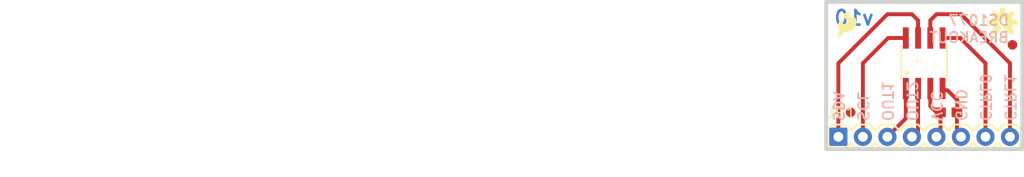
<source format=kicad_pcb>
(kicad_pcb (version 20211014) (generator pcbnew)
  (layers (0 "F.Cu" signal) (31 "B.Cu" signal) (34 "B.Paste" user) (35 "F.Paste" user) (36 "B.SilkS" user "B.Silkscreen") (37 "F.SilkS" user "F.Silkscreen") (38 "B.Mask" user) (39 "F.Mask" user) (44 "Edge.Cuts" user))
  (net 0 "")
  (net 1 "GND")
  (net 2 "OUT1")
  (net 3 "OUT2")
  (net 4 "CTRL0")
  (net 5 "CTRL1")
  (net 6 "SDA")
  (net 7 "SCL")
  (net 8 "VCC")
  (footprint "boardEagle:FIDUCIAL-1X2" (layer "F.Cu") (at 140.8811 108.8136)
    (fp_text reference "U$4" hide)
    (fp_text value "FIDUCIAL1X2" hide)
    (pad "1" smd roundrect (at 0 0) (size 1 1) (layers "F.Cu" "F.Mask") (roundrect_rratio 0.5))
  )
  (footprint "boardEagle:FIDUCIAL-1X2" (layer "F.Cu") (at 157.6451 101.8286)
    (fp_text reference "U$3" hide)
    (fp_text value "FIDUCIAL1X2" hide)
    (pad "1" smd roundrect (at 0 0) (size 1 1) (layers "F.Cu" "F.Mask") (roundrect_rratio 0.5))
  )
  (footprint "boardEagle:1X08" (layer "F.Cu") (at 139.6111 111.3536)
    (fp_text reference "JP1" (at -1.3462 -1.8288) (layer "F.SilkS") (effects (font (size 1.143 1.143) (thickness 0.127)) (justify left bottom)))
    (fp_text value "")
    (fp_line (start 12.065 1.27) (end 11.43 0.635) (layer "F.SilkS") (width 0.2032))
    (fp_line (start 18.415 -1.27) (end 19.05 -0.635) (layer "F.SilkS") (width 0.2032))
    (fp_line (start 5.715 -1.27) (end 6.35 -0.635) (layer "F.SilkS") (width 0.2032))
    (fp_line (start 14.605 -1.27) (end 15.875 -1.27) (layer "F.SilkS") (width 0.2032))
    (fp_line (start 1.905 1.27) (end 1.27 0.635) (layer "F.SilkS") (width 0.2032))
    (fp_line (start -1.27 -0.635) (end -1.27 0.635) (layer "F.SilkS") (width 0.2032))
    (fp_line (start 4.445 1.27) (end 3.81 0.635) (layer "F.SilkS") (width 0.2032))
    (fp_line (start 18.415 1.27) (end 17.145 1.27) (layer "F.SilkS") (width 0.2032))
    (fp_line (start -1.27 0.635) (end -0.635 1.27) (layer "F.SilkS") (width 0.2032))
    (fp_line (start 9.525 1.27) (end 8.89 0.635) (layer "F.SilkS") (width 0.2032))
    (fp_line (start 9.525 -1.27) (end 10.795 -1.27) (layer "F.SilkS") (width 0.2032))
    (fp_line (start 8.89 0.635) (end 8.255 1.27) (layer "F.SilkS") (width 0.2032))
    (fp_line (start 5.715 1.27) (end 4.445 1.27) (layer "F.SilkS") (width 0.2032))
    (fp_line (start -0.635 -1.27) (end -1.27 -0.635) (layer "F.SilkS") (width 0.2032))
    (fp_line (start 6.35 0.635) (end 6.985 1.27) (layer "F.SilkS") (width 0.2032))
    (fp_line (start 3.81 0.635) (end 3.175 1.27) (layer "F.SilkS") (width 0.2032))
    (fp_line (start 6.985 -1.27) (end 6.35 -0.635) (layer "F.SilkS") (width 0.2032))
    (fp_line (start 4.445 -1.27) (end 5.715 -1.27) (layer "F.SilkS") (width 0.2032))
    (fp_line (start 8.255 1.27) (end 6.985 1.27) (layer "F.SilkS") (width 0.2032))
    (fp_line (start -0.635 -1.27) (end 0.635 -1.27) (layer "F.SilkS") (width 0.2032))
    (fp_line (start 16.51 0.635) (end 17.145 1.27) (layer "F.SilkS") (width 0.2032))
    (fp_line (start 13.335 -1.27) (end 13.97 -0.635) (layer "F.SilkS") (width 0.2032))
    (fp_line (start 8.89 -0.635) (end 9.525 -1.27) (layer "F.SilkS") (width 0.2032))
    (fp_line (start 6.35 0.635) (end 5.715 1.27) (layer "F.SilkS") (width 0.2032))
    (fp_line (start 13.335 1.27) (end 12.065 1.27) (layer "F.SilkS") (width 0.2032))
    (fp_line (start 19.05 -0.635) (end 19.05 0.635) (layer "F.SilkS") (width 0.2032))
    (fp_line (start 14.605 -1.27) (end 13.97 -0.635) (layer "F.SilkS") (width 0.2032))
    (fp_line (start 6.985 -1.27) (end 8.255 -1.27) (layer "F.SilkS") (width 0.2032))
    (fp_line (start 11.43 -0.635) (end 12.065 -1.27) (layer "F.SilkS") (width 0.2032))
    (fp_line (start 10.795 -1.27) (end 11.43 -0.635) (layer "F.SilkS") (width 0.2032))
    (fp_line (start 17.145 -1.27) (end 18.415 -1.27) (layer "F.SilkS") (width 0.2032))
    (fp_line (start 15.875 1.27) (end 14.605 1.27) (layer "F.SilkS") (width 0.2032))
    (fp_line (start 12.065 -1.27) (end 13.335 -1.27) (layer "F.SilkS") (width 0.2032))
    (fp_line (start 0.635 -1.27) (end 1.27 -0.635) (layer "F.SilkS") (width 0.2032))
    (fp_line (start 8.255 -1.27) (end 8.89 -0.635) (layer "F.SilkS") (width 0.2032))
    (fp_line (start 19.05 0.635) (end 18.415 1.27) (layer "F.SilkS") (width 0.2032))
    (fp_line (start 1.27 -0.635) (end 1.905 -1.27) (layer "F.SilkS") (width 0.2032))
    (fp_line (start 13.97 0.635) (end 14.605 1.27) (layer "F.SilkS") (width 0.2032))
    (fp_line (start 13.97 0.635) (end 13.335 1.27) (layer "F.SilkS") (width 0.2032))
    (fp_line (start 0.635 1.27) (end -0.635 1.27) (layer "F.SilkS") (width 0.2032))
    (fp_line (start 17.145 -1.27) (end 16.51 -0.635) (layer "F.SilkS") (width 0.2032))
    (fp_line (start 3.81 -0.635) (end 4.445 -1.27) (layer "F.SilkS") (width 0.2032))
    (fp_line (start 16.51 0.635) (end 15.875 1.27) (layer "F.SilkS") (width 0.2032))
    (fp_line (start 11.43 0.635) (end 10.795 1.27) (layer "F.SilkS") (width 0.2032))
    (fp_line (start 3.175 1.27) (end 1.905 1.27) (layer "F.SilkS") (width 0.2032))
    (fp_line (start 3.175 -1.27) (end 3.81 -0.635) (layer "F.SilkS") (width 0.2032))
    (fp_line (start 1.27 0.635) (end 0.635 1.27) (layer "F.SilkS") (width 0.2032))
    (fp_line (start 15.875 -1.27) (end 16.51 -0.635) (layer "F.SilkS") (width 0.2032))
    (fp_line (start 10.795 1.27) (end 9.525 1.27) (layer "F.SilkS") (width 0.2032))
    (fp_line (start 1.905 -1.27) (end 3.175 -1.27) (layer "F.SilkS") (width 0.2032))
    (pad "1" thru_hole rect (at 0 0 90) (size 1.8796 1.8796) (drill 1.016) (layers *.Cu *.Mask) (net 6 "SDA"))
    (pad "2" thru_hole circle (at 2.54 0 90) (size 1.8796 1.8796) (drill 1.016) (layers *.Cu *.Mask) (net 7 "SCL"))
    (pad "3" thru_hole circle (at 5.08 0 90) (size 1.8796 1.8796) (drill 1.016) (layers *.Cu *.Mask) (net 2 "OUT1"))
    (pad "4" thru_hole circle (at 7.62 0 90) (size 1.8796 1.8796) (drill 1.016) (layers *.Cu *.Mask) (net 3 "OUT2"))
    (pad "5" thru_hole circle (at 10.16 0 90) (size 1.8796 1.8796) (drill 1.016) (layers *.Cu *.Mask) (net 8 "VCC"))
    (pad "6" thru_hole circle (at 12.7 0 90) (size 1.8796 1.8796) (drill 1.016) (layers *.Cu *.Mask) (net 1 "GND"))
    (pad "7" thru_hole circle (at 15.24 0 90) (size 1.8796 1.8796) (drill 1.016) (layers *.Cu *.Mask) (net 4 "CTRL0"))
    (pad "8" thru_hole circle (at 17.78 0 90) (size 1.8796 1.8796) (drill 1.016) (layers *.Cu *.Mask) (net 5 "CTRL1"))
  )
  (footprint "boardEagle:CREATIVE_COMMONS" (layer "F.Cu") (at 73.090088 112.6236)
    (fp_text reference "FRAME1" hide)
    (fp_text value "FRAME-LETTER" hide)
  )
  (footprint "boardEagle:SFE-LOGO-FLAME" (layer "F.Cu") (at 139.6111 101.1936)
    (fp_text reference "U$2" hide)
    (fp_text value "LOGO-SFESK" hide)
    (fp_poly (pts (xy 1.126002 -2.808203) (xy 1.215449 -2.785829) (xy 1.228477 -2.780783) (xy 1.240149 -2.774875) (xy 1.25686 -2.766576) (xy 1.275552 -2.759834) (xy 1.371694 -2.7026) (xy 1.3793 -2.7026) (xy 1.3793 -2.6772) (xy 1.306833 -2.6772) (xy 1.208418 -2.657914) (xy 1.074855 -2.495286) (xy 1.079365 -2.436825) (xy 1.12809 -2.341869) (xy 1.204666 -2.265196) (xy 1.294069 -2.200638) (xy 1.369348 -2.168824) (xy 1.450737 -2.171632) (xy 1.458864 -2.174186) (xy 1.466257 -2.177389) (xy 1.530514 -2.236956) (xy 1.5368 -2.259812) (xy 1.5368 -2.377938) (xy 1.763707 -2.148127) (xy 1.868186 -1.856841) (xy 1.871603 -1.856894) (xy 1.87806 -1.650435) (xy 1.848857 -1.45742) (xy 1.785308 -1.272842) (xy 1.6663 -1.061578) (xy 1.6663 -1.080581) (xy 1.378131 -0.80901) (xy 0.982239 -0.6985) (xy 0.753005 -0.6985) (xy 0.716201 -0.692046) (xy 0.681776 -0.679592) (xy 0.496322 -0.541784) (xy -0.0126 0.03091) (xy -0.0126 -1.52077) (xy 0.060004 -1.761967) (xy 0.168295 -1.865489) (xy 0.307122 -1.917522) (xy 0.4039 -1.925089) (xy 0.499384 -1.917623) (xy 0.55991 -1.908099) (xy 0.557788 -1.884433) (xy 0.522216 -1.885242) (xy 0.501784 -1.876141) (xy 0.420519 -1.817154) (xy 0.400722 -1.79067) (xy 0.390395 -1.7285) (xy 0.400905 -1.665229) (xy 0.421405 -1.625174) (xy 0.452343 -1.592685) (xy 0.546535 -1.54355) (xy 0.652229 -1.531742) (xy 0.742768 -1.550084) (xy 0.82422 -1.589656) (xy 0.92203 -1.754659) (xy 0.907706 -1.848844) (xy 0.850914 -1.930401) (xy 0.584707 -2.263237) (xy 0.561667 -2.510855) (xy 0.627495 -2.621556) (xy 0.629042 -2.623103) (xy 0.778901 -2.74712) (xy 1.032676 -2.817064)) (layer "F.SilkS") (width 0) (fill solid))
  )
  (footprint "boardEagle:SO08" (layer "F.Cu") (at 148.5011 103.7336)
    (fp_text reference "U$1" (at -1.27 0) (layer "F.SilkS") (effects (font (size 0.373888 0.373888) (thickness 0.032512)) (justify left bottom)))
    (fp_text value "DS1077")
    (fp_line (start -2.362 -1.803) (end -2.362 1.803) (layer "F.SilkS") (width 0.1524))
    (fp_line (start 2.362 1.803) (end 2.362 -1.803) (layer "F.SilkS") (width 0.1524))
    (fp_circle (center -1.8034 0.9906) (end -1.6598 0.9906) (layer "F.SilkS") (width 0.2032) (fill none))
    (pad "1" smd rect (at -1.905 2.6162) (size 0.6096 2.2098) (layers "F.Cu" "F.Paste" "F.Mask") (net 2 "OUT1"))
    (pad "2" smd rect (at -0.635 2.6162) (size 0.6096 2.2098) (layers "F.Cu" "F.Paste" "F.Mask") (net 3 "OUT2"))
    (pad "3" smd rect (at 0.635 2.6162) (size 0.6096 2.2098) (layers "F.Cu" "F.Paste" "F.Mask") (net 8 "VCC"))
    (pad "4" smd rect (at 1.905 2.6162) (size 0.6096 2.2098) (layers "F.Cu" "F.Paste" "F.Mask") (net 1 "GND"))
    (pad "5" smd rect (at 1.905 -2.6162) (size 0.6096 2.2098) (layers "F.Cu" "F.Paste" "F.Mask") (net 4 "CTRL0"))
    (pad "6" smd rect (at 0.635 -2.6162) (size 0.6096 2.2098) (layers "F.Cu" "F.Paste" "F.Mask") (net 5 "CTRL1"))
    (pad "7" smd rect (at -0.635 -2.6162) (size 0.6096 2.2098) (layers "F.Cu" "F.Paste" "F.Mask") (net 6 "SDA"))
    (pad "8" smd rect (at -1.905 -2.6162) (size 0.6096 2.2098) (layers "F.Cu" "F.Paste" "F.Mask") (net 7 "SCL"))
  )
  (footprint "boardEagle:0603" (layer "F.Cu") (at 151.0411 108.8136)
    (fp_text reference "C1" (at -0.889 -0.762) (layer "F.SilkS") (effects (font (size 0.373888 0.373888) (thickness 0.032512)) (justify left bottom)))
    (fp_text value ".1uF")
    (pad "1" smd rect (at -0.85 0) (size 1.1 1) (layers "F.Cu" "F.Paste" "F.Mask") (net 8 "VCC"))
    (pad "2" smd rect (at 0.85 0) (size 1.1 1) (layers "F.Cu" "F.Paste" "F.Mask") (net 1 "GND"))
  )
  (footprint "boardEagle:OSHW-LOGO-S" (layer "F.Cu") (at 156.6291 99.5426)
    (fp_text reference "U$5" hide)
    (fp_text value "" hide)
    (fp_poly (pts (xy 0.301647 -1.061351) (xy 0.42347 -1.022344) (xy 0.537177 -0.963769) (xy 0.92862 -1.282946) (xy 1.282946 -0.92862) (xy 0.961035 -0.533823) (xy 1.057046 -0.302084) (xy 1.5638 -0.250561) (xy 1.5638 0.250561) (xy 1.057046 0.302084) (xy 0.961035 0.533823) (xy 1.282946 0.92862) (xy 0.92862 1.282946) (xy 0.537177 0.96377) (xy 0.356601 1.056794) (xy 0.088679 0.410073) (xy 0.326262 0.2176) (xy 0.373649 0.121468) (xy 0.392729 0.010339) (xy 0.379464 -0.101634) (xy 0.334947 -0.205229) (xy 0.262842 -0.291918) (xy 0.169087 -0.354561) (xy 0.061406 -0.387999) (xy -0.051342 -0.38948) (xy -0.159868 -0.358881) (xy -0.255234 -0.298724) (xy -0.329589 -0.213962) (xy -0.376813 -0.111569) (xy -0.392176 -0.005767) (xy -0.322923 0.222565) (xy -0.249312 0.303773) (xy 0.091677 0.5081) (xy -0.12929 0.5081) (xy -0.355332 1.053732) (xy -0.506597 0.983577) (xy -0.538922 0.965192) (xy -0.92862 1.282946) (xy -1.282946 0.92862) (xy -0.961035 0.533823) (xy -1.057046 0.302084) (xy -1.5638 0.250561) (xy -1.5638 -0.250561) (xy -1.057046 -0.302084) (xy -0.961035 -0.533823) (xy -1.282946 -0.92862) (xy -0.92862 -1.282946) (xy -0.533823 -0.961035) (xy -0.302084 -1.057046) (xy -0.250561 -1.5638) (xy 0.250561 -1.5638)) (layer "F.SilkS") (width 0) (fill solid))
  )
  (gr_line (start 138.3411 112.6236) (end 158.6611 112.6236) (layer "Edge.Cuts") (width 0.4064))
  (gr_line (start 158.6611 97.3836) (end 138.3411 97.3836) (layer "Edge.Cuts") (width 0.4064))
  (gr_line (start 138.3411 97.3836) (end 138.3411 112.6236) (layer "Edge.Cuts") (width 0.4064))
  (gr_line (start 158.6611 112.6236) (end 158.6611 97.3836) (layer "Edge.Cuts") (width 0.4064))
  (gr_text "v10" (at 143.4211 99.9236) (layer "B.Cu") (effects (font (size 1.5113 1.5113) (thickness 0.2667)) (justify left bottom mirror)))
  (gr_text "OUT1" (at 144.0561 109.8296 -90) (layer "B.SilkS") (effects (font (size 1.0795 1.0795) (thickness 0.1905)) (justify left bottom mirror)))
  (gr_text "SCL" (at 141.5161 109.8296 -90) (layer "B.SilkS") (effects (font (size 1.0795 1.0795) (thickness 0.1905)) (justify left bottom mirror)))
  (gr_text "VCC" (at 149.1361 109.8296 -90) (layer "B.SilkS") (effects (font (size 1.0795 1.0795) (thickness 0.1905)) (justify left bottom mirror)))
  (gr_text "SDA" (at 138.9761 109.8296 -90) (layer "B.SilkS") (effects (font (size 1.0795 1.0795) (thickness 0.1905)) (justify left bottom mirror)))
  (gr_text "CTRL1" (at 156.7561 109.8296 -90) (layer "B.SilkS") (effects (font (size 1.0795 1.0795) (thickness 0.1905)) (justify left bottom mirror)))
  (gr_text "CTRL0" (at 154.2161 109.8296 -90) (layer "B.SilkS") (effects (font (size 1.0795 1.0795) (thickness 0.1905)) (justify left bottom mirror)))
  (gr_text "DS1077" (at 157.3911 99.9236) (layer "B.SilkS") (effects (font (size 1.0795 1.0795) (thickness 0.1905)) (justify left bottom mirror)))
  (gr_text "GND" (at 151.6761 109.8296 -90) (layer "B.SilkS") (effects (font (size 1.0795 1.0795) (thickness 0.1905)) (justify left bottom mirror)))
  (gr_text "OUT2" (at 146.5961 109.8296 -90) (layer "B.SilkS") (effects (font (size 1.0795 1.0795) (thickness 0.1905)) (justify left bottom mirror)))
  (gr_text "BREAKOUT" (at 157.3911 101.7016) (layer "B.SilkS") (effects (font (size 1.0795 1.0795) (thickness 0.1905)) (justify left bottom mirror)))
  (segment (start 151.8911 108.8136) (end 151.8911 108.9016) (width 0.254) (layer "F.Cu") (net 1))
  (segment (start 151.9301 107.5436) (end 150.9141 106.5276) (width 0.4064) (layer "F.Cu") (net 1))
  (segment (start 152.3111 111.4806) (end 151.8911 111.0606) (width 0.4064) (layer "F.Cu") (net 1))
  (segment (start 152.3111 111.3536) (end 152.3111 111.4806) (width 0.254) (layer "F.Cu") (net 1))
  (segment (start 151.8911 108.9016) (end 151.9301 108.9406) (width 0.254) (layer "F.Cu") (net 1))
  (segment (start 150.9141 106.5276) (end 150.4061 106.5276) (width 0.4064) (layer "F.Cu") (net 1))
  (segment (start 151.8911 111.0606) (end 151.8911 108.8136) (width 0.4064) (layer "F.Cu") (net 1))
  (segment (start 151.9301 108.9406) (end 151.9301 107.5436) (width 0.4064) (layer "F.Cu") (net 1))
  (segment (start 150.4061 106.5276) (end 150.4061 106.3498) (width 0.4064) (layer "F.Cu") (net 1))
  (segment (start 146.5961 109.4486) (end 146.5961 106.3498) (width 0.4064) (layer "F.Cu") (net 2))
  (segment (start 144.6911 111.3536) (end 146.5961 109.4486) (width 0.4064) (layer "F.Cu") (net 2))
  (segment (start 147.2311 111.3536) (end 147.8661 110.7186) (width 0.4064) (layer "F.Cu") (net 3))
  (segment (start 147.8661 110.7186) (end 147.8661 106.3498) (width 0.4064) (layer "F.Cu") (net 3))
  (segment (start 154.8511 103.7336) (end 152.2349 101.1174) (width 0.4064) (layer "F.Cu") (net 4))
  (segment (start 154.8511 111.3536) (end 154.8511 103.7336) (width 0.4064) (layer "F.Cu") (net 4))
  (segment (start 152.2349 101.1174) (end 150.4061 101.1174) (width 0.4064) (layer "F.Cu") (net 4))
  (segment (start 152.3111 98.6536) (end 149.7711 98.6536) (width 0.4064) (layer "F.Cu") (net 5))
  (segment (start 149.1361 99.2886) (end 149.1361 101.1174) (width 0.4064) (layer "F.Cu") (net 5))
  (segment (start 157.3911 111.3536) (end 157.3911 103.7336) (width 0.4064) (layer "F.Cu") (net 5))
  (segment (start 157.3911 103.7336) (end 152.3111 98.6536) (width 0.4064) (layer "F.Cu") (net 5))
  (segment (start 149.7711 98.6536) (end 149.1361 99.2886) (width 0.4064) (layer "F.Cu") (net 5))
  (segment (start 139.6111 111.3536) (end 139.6111 103.7336) (width 0.4064) (layer "F.Cu") (net 6))
  (segment (start 139.6111 103.7336) (end 144.6911 98.6536) (width 0.4064) (layer "F.Cu") (net 6))
  (segment (start 147.8661 99.2886) (end 147.8661 101.1174) (width 0.4064) (layer "F.Cu") (net 6))
  (segment (start 147.2311 98.6536) (end 147.8661 99.2886) (width 0.4064) (layer "F.Cu") (net 6))
  (segment (start 144.6911 98.6536) (end 147.2311 98.6536) (width 0.4064) (layer "F.Cu") (net 6))
  (segment (start 142.1511 111.3536) (end 142.1511 103.7336) (width 0.4064) (layer "F.Cu") (net 7))
  (segment (start 142.1511 103.7336) (end 144.7673 101.1174) (width 0.4064) (layer "F.Cu") (net 7))
  (segment (start 144.7673 101.1174) (end 146.5961 101.1174) (width 0.4064) (layer "F.Cu") (net 7))
  (segment (start 149.1361 108.1786) (end 149.1361 106.3498) (width 0.4064) (layer "F.Cu") (net 8))
  (segment (start 150.1911 110.9336) (end 150.1911 108.8136) (width 0.4064) (layer "F.Cu") (net 8))
  (segment (start 149.7711 111.3536) (end 150.1911 110.9336) (width 0.4064) (layer "F.Cu") (net 8))
  (segment (start 150.1911 108.8136) (end 149.7711 108.8136) (width 0.4064) (layer "F.Cu") (net 8))
  (segment (start 149.7711 108.8136) (end 149.1361 108.1786) (width 0.4064) (layer "F.Cu") (net 8))
)
</source>
